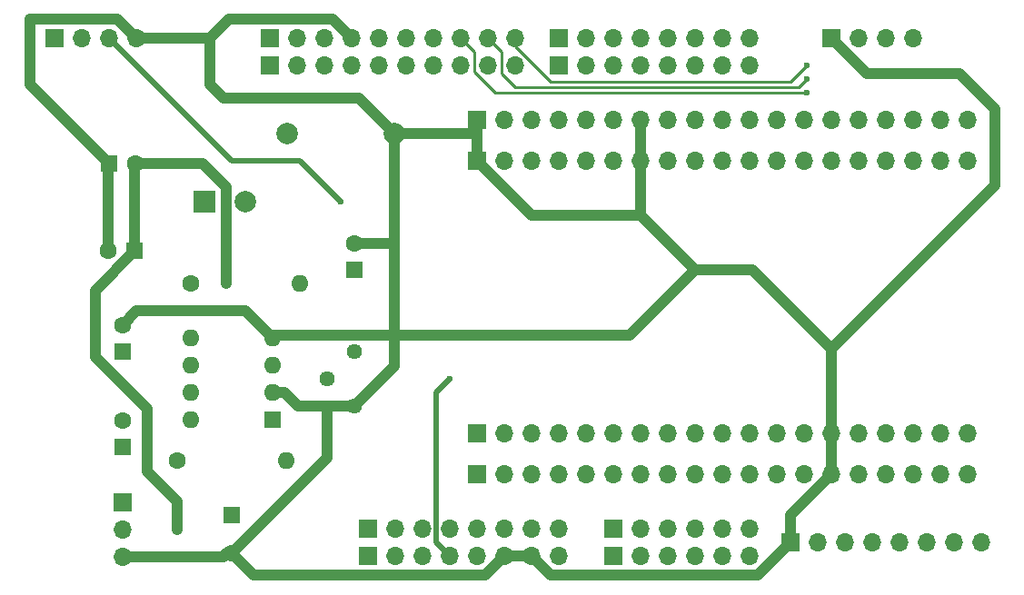
<source format=gbr>
%TF.GenerationSoftware,KiCad,Pcbnew,8.0.8*%
%TF.CreationDate,2025-03-25T01:40:29-04:00*%
%TF.ProjectId,SmartValvePCBv2,536d6172-7456-4616-9c76-655043427632,rev?*%
%TF.SameCoordinates,Original*%
%TF.FileFunction,Copper,L2,Bot*%
%TF.FilePolarity,Positive*%
%FSLAX46Y46*%
G04 Gerber Fmt 4.6, Leading zero omitted, Abs format (unit mm)*
G04 Created by KiCad (PCBNEW 8.0.8) date 2025-03-25 01:40:29*
%MOMM*%
%LPD*%
G01*
G04 APERTURE LIST*
%TA.AperFunction,ComponentPad*%
%ADD10R,1.700000X1.700000*%
%TD*%
%TA.AperFunction,ComponentPad*%
%ADD11O,1.700000X1.700000*%
%TD*%
%TA.AperFunction,ComponentPad*%
%ADD12C,1.440000*%
%TD*%
%TA.AperFunction,ComponentPad*%
%ADD13R,1.600000X1.600000*%
%TD*%
%TA.AperFunction,ComponentPad*%
%ADD14C,1.600000*%
%TD*%
%TA.AperFunction,ComponentPad*%
%ADD15O,1.600000X1.600000*%
%TD*%
%TA.AperFunction,ComponentPad*%
%ADD16C,2.000000*%
%TD*%
%TA.AperFunction,ComponentPad*%
%ADD17R,2.000000X2.000000*%
%TD*%
%TA.AperFunction,ViaPad*%
%ADD18C,0.600000*%
%TD*%
%TA.AperFunction,Conductor*%
%ADD19C,1.000000*%
%TD*%
%TA.AperFunction,Conductor*%
%ADD20C,0.500000*%
%TD*%
%TA.AperFunction,Conductor*%
%ADD21C,0.250000*%
%TD*%
G04 APERTURE END LIST*
D10*
%TO.P,J1,1,Pin_1*%
%TO.N,unconnected-(J1-Pin_1-Pad1)*%
X127940000Y-97460000D03*
D11*
%TO.P,J1,2,Pin_2*%
%TO.N,/IOREF*%
X130480000Y-97460000D03*
%TO.P,J1,3,Pin_3*%
%TO.N,/~{RESET}*%
X133020000Y-97460000D03*
%TO.P,J1,4,Pin_4*%
%TO.N,+3V3*%
X135560000Y-97460000D03*
%TO.P,J1,5,Pin_5*%
%TO.N,+5V*%
X138100000Y-97460000D03*
%TO.P,J1,6,Pin_6*%
%TO.N,GND*%
X140640000Y-97460000D03*
%TO.P,J1,7,Pin_7*%
X143180000Y-97460000D03*
%TO.P,J1,8,Pin_8*%
%TO.N,VCC*%
X145720000Y-97460000D03*
%TD*%
D10*
%TO.P,J3,1,Pin_1*%
%TO.N,/A0*%
X150800000Y-97460000D03*
D11*
%TO.P,J3,2,Pin_2*%
%TO.N,/A1*%
X153340000Y-97460000D03*
%TO.P,J3,3,Pin_3*%
%TO.N,/A2*%
X155880000Y-97460000D03*
%TO.P,J3,4,Pin_4*%
%TO.N,/A3*%
X158420000Y-97460000D03*
%TO.P,J3,5,Pin_5*%
%TO.N,N/C*%
X160960000Y-97460000D03*
%TO.P,J3,6,Pin_6*%
X163500000Y-97460000D03*
%TD*%
D10*
%TO.P,J2,1,Pin_1*%
%TO.N,scl_p*%
X118796000Y-49200000D03*
D11*
%TO.P,J2,2,Pin_2*%
%TO.N,sda_p*%
X121336000Y-49200000D03*
%TO.P,J2,3,Pin_3*%
%TO.N,/AREF*%
X123876000Y-49200000D03*
%TO.P,J2,4,Pin_4*%
%TO.N,GND*%
X126416000Y-49200000D03*
%TO.P,J2,5,Pin_5*%
%TO.N,/13*%
X128956000Y-49200000D03*
%TO.P,J2,6,Pin_6*%
%TO.N,/12*%
X131496000Y-49200000D03*
%TO.P,J2,7,Pin_7*%
%TO.N,/\u002A11*%
X134036000Y-49200000D03*
%TO.P,J2,8,Pin_8*%
%TO.N,blue*%
X136576000Y-49200000D03*
%TO.P,J2,9,Pin_9*%
%TO.N,green*%
X139116000Y-49200000D03*
%TO.P,J2,10,Pin_10*%
%TO.N,red*%
X141656000Y-49200000D03*
%TD*%
D10*
%TO.P,J4,1,Pin_1*%
%TO.N,/7*%
X145720000Y-49200000D03*
D11*
%TO.P,J4,2,Pin_2*%
%TO.N,PTC2*%
X148260000Y-49200000D03*
%TO.P,J4,3,Pin_3*%
%TO.N,/\u002A5*%
X150800000Y-49200000D03*
%TO.P,J4,4,Pin_4*%
%TO.N,/4*%
X153340000Y-49200000D03*
%TO.P,J4,5,Pin_5*%
%TO.N,/\u002A3*%
X155880000Y-49200000D03*
%TO.P,J4,6,Pin_6*%
%TO.N,/2*%
X158420000Y-49200000D03*
%TO.P,J4,7,Pin_7*%
%TO.N,UA1*%
X160960000Y-49200000D03*
%TO.P,J4,8,Pin_8*%
%TO.N,UA0*%
X163500000Y-49200000D03*
%TD*%
D12*
%TO.P,Pot1,1,1*%
%TO.N,Audio1*%
X126655000Y-78410000D03*
%TO.P,Pot1,2,2*%
%TO.N,Net-(U1-+)*%
X124115000Y-80950000D03*
%TO.P,Pot1,3,3*%
%TO.N,GND*%
X126655000Y-83490000D03*
%TD*%
D10*
%TO.P,J9-ESP32,1,Pin_1*%
%TO.N,Net-(J9-ESP32-2-Pin_1)*%
X138100000Y-86030000D03*
D11*
%TO.P,J9-ESP32,2,Pin_2*%
%TO.N,Net-(J9-ESP32-2-Pin_2)*%
X140640000Y-86030000D03*
%TO.P,J9-ESP32,3,Pin_3*%
%TO.N,Net-(J9-ESP32-2-Pin_3)*%
X143180000Y-86030000D03*
%TO.P,J9-ESP32,4,Pin_4*%
%TO.N,Net-(J9-ESP32-2-Pin_4)*%
X145720000Y-86030000D03*
%TO.P,J9-ESP32,5,Pin_5*%
%TO.N,Net-(J9-ESP32-2-Pin_5)*%
X148260000Y-86030000D03*
%TO.P,J9-ESP32,6,Pin_6*%
%TO.N,Net-(J9-ESP32-2-Pin_6)*%
X150800000Y-86030000D03*
%TO.P,J9-ESP32,7,Pin_7*%
%TO.N,Net-(J9-ESP32-2-Pin_7)*%
X153340000Y-86030000D03*
%TO.P,J9-ESP32,8,Pin_8*%
%TO.N,Net-(J9-ESP32-2-Pin_8)*%
X155880000Y-86030000D03*
%TO.P,J9-ESP32,9,Pin_9*%
%TO.N,Net-(J9-ESP32-2-Pin_9)*%
X158420000Y-86030000D03*
%TO.P,J9-ESP32,10,Pin_10*%
%TO.N,Net-(J9-ESP32-2-Pin_10)*%
X160960000Y-86030000D03*
%TO.P,J9-ESP32,11,Pin_11*%
%TO.N,Net-(J9-ESP32-2-Pin_11)*%
X163500000Y-86030000D03*
%TO.P,J9-ESP32,12,Pin_12*%
%TO.N,Net-(J9-ESP32-2-Pin_12)*%
X166040000Y-86030000D03*
%TO.P,J9-ESP32,13,Pin_13*%
%TO.N,Net-(J9-ESP32-2-Pin_13)*%
X168580000Y-86030000D03*
%TO.P,J9-ESP32,14,Pin_14*%
%TO.N,GND*%
X171120000Y-86030000D03*
%TO.P,J9-ESP32,15,Pin_15*%
%TO.N,Net-(J9-ESP32-2-Pin_15)*%
X173660000Y-86030000D03*
%TO.P,J9-ESP32,16,Pin_16*%
%TO.N,Net-(J9-ESP32-2-Pin_16)*%
X176200000Y-86030000D03*
%TO.P,J9-ESP32,17,Pin_17*%
%TO.N,Net-(J9-ESP32-2-Pin_17)*%
X178740000Y-86030000D03*
%TO.P,J9-ESP32,18,Pin_18*%
%TO.N,Net-(J9-ESP32-2-Pin_18)*%
X181280000Y-86030000D03*
%TO.P,J9-ESP32,19,Pin_19*%
%TO.N,VCC*%
X183820000Y-86030000D03*
%TD*%
D13*
%TO.P,C5,1*%
%TO.N,GND*%
X103810000Y-60884000D03*
D14*
%TO.P,C5,2*%
%TO.N,VCC*%
X106310000Y-60884000D03*
%TD*%
D10*
%TO.P,J10-ESP32-2,1,Pin_1*%
%TO.N,GND*%
X138100000Y-56820000D03*
D11*
%TO.P,J10-ESP32-2,2,Pin_2*%
%TO.N,Net-(J10-ESP32-2-Pin_2)*%
X140640000Y-56820000D03*
%TO.P,J10-ESP32-2,3,Pin_3*%
%TO.N,Net-(J10-ESP32-2-Pin_3)*%
X143180000Y-56820000D03*
%TO.P,J10-ESP32-2,4,Pin_4*%
%TO.N,UA0*%
X145720000Y-56820000D03*
%TO.P,J10-ESP32-2,5,Pin_5*%
%TO.N,UA1*%
X148260000Y-56820000D03*
%TO.P,J10-ESP32-2,6,Pin_6*%
%TO.N,Net-(J10-ESP32-2-Pin_6)*%
X150800000Y-56820000D03*
%TO.P,J10-ESP32-2,7,Pin_7*%
%TO.N,GND*%
X153340000Y-56820000D03*
%TO.P,J10-ESP32-2,8,Pin_8*%
%TO.N,Net-(J10-ESP32-2-Pin_8)*%
X155880000Y-56820000D03*
%TO.P,J10-ESP32-2,9,Pin_9*%
%TO.N,Net-(J10-ESP32-2-Pin_9)*%
X158420000Y-56820000D03*
%TO.P,J10-ESP32-2,10,Pin_10*%
%TO.N,Net-(J10-ESP32-2-Pin_10)*%
X160960000Y-56820000D03*
%TO.P,J10-ESP32-2,11,Pin_11*%
%TO.N,Net-(J10-ESP32-2-Pin_11)*%
X163500000Y-56820000D03*
%TO.P,J10-ESP32-2,12,Pin_12*%
%TO.N,Net-(J10-ESP32-2-Pin_12)*%
X166040000Y-56820000D03*
%TO.P,J10-ESP32-2,13,Pin_13*%
%TO.N,Net-(J10-ESP32-2-Pin_13)*%
X168580000Y-56820000D03*
%TO.P,J10-ESP32-2,14,Pin_14*%
%TO.N,Net-(J10-ESP32-2-Pin_14)*%
X171120000Y-56820000D03*
%TO.P,J10-ESP32-2,15,Pin_15*%
%TO.N,Net-(J10-ESP32-2-Pin_15)*%
X173660000Y-56820000D03*
%TO.P,J10-ESP32-2,16,Pin_16*%
%TO.N,Net-(J10-ESP32-2-Pin_16)*%
X176200000Y-56820000D03*
%TO.P,J10-ESP32-2,17,Pin_17*%
%TO.N,Net-(J10-ESP32-2-Pin_17)*%
X178740000Y-56820000D03*
%TO.P,J10-ESP32-2,18,Pin_18*%
%TO.N,Net-(J10-ESP32-2-Pin_18)*%
X181280000Y-56820000D03*
%TO.P,J10-ESP32-2,19,Pin_19*%
%TO.N,Net-(J10-ESP32-2-Pin_19)*%
X183820000Y-56820000D03*
%TD*%
D13*
%TO.P,C3,1*%
%TO.N,Net-(C3-Pad1)*%
X126670000Y-70790000D03*
D14*
%TO.P,C3,2*%
%TO.N,GND*%
X126670000Y-68290000D03*
%TD*%
D10*
%TO.P,J10-Servo1,1,Pin_1*%
%TO.N,PTC2*%
X105080000Y-92395000D03*
D11*
%TO.P,J10-Servo1,2,Pin_2*%
%TO.N,VCC*%
X105080000Y-94935000D03*
%TO.P,J10-Servo1,3,Pin_3*%
%TO.N,GND*%
X105080000Y-97475000D03*
%TD*%
D10*
%TO.P,J9-DEV-14495,1,Pin_1*%
%TO.N,scl_p*%
X98730000Y-49200000D03*
D11*
%TO.P,J9-DEV-14495,2,Pin_2*%
%TO.N,sda_p*%
X101270000Y-49200000D03*
%TO.P,J9-DEV-14495,3,Pin_3*%
%TO.N,+3V3*%
X103810000Y-49200000D03*
%TO.P,J9-DEV-14495,4,Pin_4*%
%TO.N,GND*%
X106350000Y-49200000D03*
%TD*%
D10*
%TO.P,J10-ESP32,1,Pin_1*%
%TO.N,GND*%
X138100000Y-60630000D03*
D11*
%TO.P,J10-ESP32,2,Pin_2*%
%TO.N,Net-(J10-ESP32-2-Pin_2)*%
X140640000Y-60630000D03*
%TO.P,J10-ESP32,3,Pin_3*%
%TO.N,Net-(J10-ESP32-2-Pin_3)*%
X143180000Y-60630000D03*
%TO.P,J10-ESP32,4,Pin_4*%
%TO.N,UA0*%
X145720000Y-60630000D03*
%TO.P,J10-ESP32,5,Pin_5*%
%TO.N,UA1*%
X148260000Y-60630000D03*
%TO.P,J10-ESP32,6,Pin_6*%
%TO.N,Net-(J10-ESP32-2-Pin_6)*%
X150800000Y-60630000D03*
%TO.P,J10-ESP32,7,Pin_7*%
%TO.N,GND*%
X153340000Y-60630000D03*
%TO.P,J10-ESP32,8,Pin_8*%
%TO.N,Net-(J10-ESP32-2-Pin_8)*%
X155880000Y-60630000D03*
%TO.P,J10-ESP32,9,Pin_9*%
%TO.N,Net-(J10-ESP32-2-Pin_9)*%
X158420000Y-60630000D03*
%TO.P,J10-ESP32,10,Pin_10*%
%TO.N,Net-(J10-ESP32-2-Pin_10)*%
X160960000Y-60630000D03*
%TO.P,J10-ESP32,11,Pin_11*%
%TO.N,Net-(J10-ESP32-2-Pin_11)*%
X163500000Y-60630000D03*
%TO.P,J10-ESP32,12,Pin_12*%
%TO.N,Net-(J10-ESP32-2-Pin_12)*%
X166040000Y-60630000D03*
%TO.P,J10-ESP32,13,Pin_13*%
%TO.N,Net-(J10-ESP32-2-Pin_13)*%
X168580000Y-60630000D03*
%TO.P,J10-ESP32,14,Pin_14*%
%TO.N,Net-(J10-ESP32-2-Pin_14)*%
X171120000Y-60630000D03*
%TO.P,J10-ESP32,15,Pin_15*%
%TO.N,Net-(J10-ESP32-2-Pin_15)*%
X173660000Y-60630000D03*
%TO.P,J10-ESP32,16,Pin_16*%
%TO.N,Net-(J10-ESP32-2-Pin_16)*%
X176200000Y-60630000D03*
%TO.P,J10-ESP32,17,Pin_17*%
%TO.N,Net-(J10-ESP32-2-Pin_17)*%
X178740000Y-60630000D03*
%TO.P,J10-ESP32,18,Pin_18*%
%TO.N,Net-(J10-ESP32-2-Pin_18)*%
X181280000Y-60630000D03*
%TO.P,J10-ESP32,19,Pin_19*%
%TO.N,Net-(J10-ESP32-2-Pin_19)*%
X183820000Y-60630000D03*
%TD*%
D13*
%TO.P,C6,1*%
%TO.N,VCC*%
X106241395Y-69012000D03*
D14*
%TO.P,C6,2*%
%TO.N,GND*%
X103741395Y-69012000D03*
%TD*%
D10*
%TO.P,J12-RGB1,1,Pin_1*%
%TO.N,GND*%
X171130000Y-49200000D03*
D11*
%TO.P,J12-RGB1,2,Pin_2*%
%TO.N,red*%
X173670000Y-49200000D03*
%TO.P,J12-RGB1,3,Pin_3*%
%TO.N,green*%
X176210000Y-49200000D03*
%TO.P,J12-RGB1,4,Pin_4*%
%TO.N,blue*%
X178750000Y-49200000D03*
%TD*%
D14*
%TO.P,R1,1*%
%TO.N,Net-(C1-Pad1)*%
X110160000Y-88570000D03*
D15*
%TO.P,R1,2*%
%TO.N,Net-(R1-Pad2)*%
X120320000Y-88570000D03*
%TD*%
D10*
%TO.P,J8,1,Pin_1*%
%TO.N,unconnected-(J8-Pin_1-Pad1)*%
X145720000Y-51740000D03*
D11*
%TO.P,J8,2,Pin_2*%
%TO.N,unconnected-(J8-Pin_2-Pad2)*%
X148260000Y-51740000D03*
%TO.P,J8,3,Pin_3*%
%TO.N,unconnected-(J8-Pin_3-Pad3)*%
X150800000Y-51740000D03*
%TO.P,J8,4,Pin_4*%
%TO.N,unconnected-(J8-Pin_4-Pad4)*%
X153340000Y-51740000D03*
%TO.P,J8,5,Pin_5*%
%TO.N,unconnected-(J8-Pin_5-Pad5)*%
X155880000Y-51740000D03*
%TO.P,J8,6,Pin_6*%
%TO.N,unconnected-(J8-Pin_6-Pad6)*%
X158420000Y-51740000D03*
%TO.P,J8,7,Pin_7*%
%TO.N,unconnected-(J8-Pin_7-Pad7)*%
X160960000Y-51740000D03*
%TO.P,J8,8,Pin_8*%
%TO.N,unconnected-(J8-Pin_8-Pad8)*%
X163500000Y-51740000D03*
%TD*%
D13*
%TO.P,C4,1*%
%TO.N,Net-(U1-BYPASS)*%
X105080000Y-78410000D03*
D14*
%TO.P,C4,2*%
%TO.N,GND*%
X105080000Y-75910000D03*
%TD*%
D10*
%TO.P,J9-ESP32-2,1,Pin_1*%
%TO.N,Net-(J9-ESP32-2-Pin_1)*%
X138100000Y-89840000D03*
D11*
%TO.P,J9-ESP32-2,2,Pin_2*%
%TO.N,Net-(J9-ESP32-2-Pin_2)*%
X140640000Y-89840000D03*
%TO.P,J9-ESP32-2,3,Pin_3*%
%TO.N,Net-(J9-ESP32-2-Pin_3)*%
X143180000Y-89840000D03*
%TO.P,J9-ESP32-2,4,Pin_4*%
%TO.N,Net-(J9-ESP32-2-Pin_4)*%
X145720000Y-89840000D03*
%TO.P,J9-ESP32-2,5,Pin_5*%
%TO.N,Net-(J9-ESP32-2-Pin_5)*%
X148260000Y-89840000D03*
%TO.P,J9-ESP32-2,6,Pin_6*%
%TO.N,Net-(J9-ESP32-2-Pin_6)*%
X150800000Y-89840000D03*
%TO.P,J9-ESP32-2,7,Pin_7*%
%TO.N,Net-(J9-ESP32-2-Pin_7)*%
X153340000Y-89840000D03*
%TO.P,J9-ESP32-2,8,Pin_8*%
%TO.N,Net-(J9-ESP32-2-Pin_8)*%
X155880000Y-89840000D03*
%TO.P,J9-ESP32-2,9,Pin_9*%
%TO.N,Net-(J9-ESP32-2-Pin_9)*%
X158420000Y-89840000D03*
%TO.P,J9-ESP32-2,10,Pin_10*%
%TO.N,Net-(J9-ESP32-2-Pin_10)*%
X160960000Y-89840000D03*
%TO.P,J9-ESP32-2,11,Pin_11*%
%TO.N,Net-(J9-ESP32-2-Pin_11)*%
X163500000Y-89840000D03*
%TO.P,J9-ESP32-2,12,Pin_12*%
%TO.N,Net-(J9-ESP32-2-Pin_12)*%
X166040000Y-89840000D03*
%TO.P,J9-ESP32-2,13,Pin_13*%
%TO.N,Net-(J9-ESP32-2-Pin_13)*%
X168580000Y-89840000D03*
%TO.P,J9-ESP32-2,14,Pin_14*%
%TO.N,GND*%
X171120000Y-89840000D03*
%TO.P,J9-ESP32-2,15,Pin_15*%
%TO.N,Net-(J9-ESP32-2-Pin_15)*%
X173660000Y-89840000D03*
%TO.P,J9-ESP32-2,16,Pin_16*%
%TO.N,Net-(J9-ESP32-2-Pin_16)*%
X176200000Y-89840000D03*
%TO.P,J9-ESP32-2,17,Pin_17*%
%TO.N,Net-(J9-ESP32-2-Pin_17)*%
X178740000Y-89840000D03*
%TO.P,J9-ESP32-2,18,Pin_18*%
%TO.N,Net-(J9-ESP32-2-Pin_18)*%
X181280000Y-89840000D03*
%TO.P,J9-ESP32-2,19,Pin_19*%
%TO.N,VCC*%
X183820000Y-89840000D03*
%TD*%
D16*
%TO.P,LS1,1,1*%
%TO.N,Net-(C2-Pad2)*%
X120400000Y-58090000D03*
%TO.P,LS1,2,2*%
%TO.N,GND*%
X130400000Y-58090000D03*
%TD*%
D10*
%TO.P,J6,1,Pin_1*%
%TO.N,unconnected-(J6-Pin_1-Pad1)*%
X118803562Y-51722042D03*
D11*
%TO.P,J6,2,Pin_2*%
%TO.N,unconnected-(J6-Pin_2-Pad2)*%
X121343562Y-51722042D03*
%TO.P,J6,3,Pin_3*%
%TO.N,unconnected-(J6-Pin_3-Pad3)*%
X123883562Y-51722042D03*
%TO.P,J6,4,Pin_4*%
%TO.N,unconnected-(J6-Pin_4-Pad4)*%
X126423562Y-51722042D03*
%TO.P,J6,5,Pin_5*%
%TO.N,unconnected-(J6-Pin_5-Pad5)*%
X128963562Y-51722042D03*
%TO.P,J6,6,Pin_6*%
%TO.N,unconnected-(J6-Pin_6-Pad6)*%
X131503562Y-51722042D03*
%TO.P,J6,7,Pin_7*%
%TO.N,unconnected-(J6-Pin_7-Pad7)*%
X134043562Y-51722042D03*
%TO.P,J6,8,Pin_8*%
%TO.N,unconnected-(J6-Pin_8-Pad8)*%
X136583562Y-51722042D03*
%TO.P,J6,9,Pin_9*%
%TO.N,unconnected-(J6-Pin_9-Pad9)*%
X139123562Y-51722042D03*
%TO.P,J6,10,Pin_10*%
%TO.N,unconnected-(J6-Pin_10-Pad10)*%
X141663562Y-51722042D03*
%TD*%
D14*
%TO.P,R2,1*%
%TO.N,Net-(C2-Pad1)*%
X111430000Y-72060000D03*
D15*
%TO.P,R2,2*%
%TO.N,Net-(C3-Pad1)*%
X121590000Y-72060000D03*
%TD*%
D17*
%TO.P,C2,1*%
%TO.N,Net-(C2-Pad1)*%
X112700000Y-64440000D03*
D16*
%TO.P,C2,2*%
%TO.N,Net-(C2-Pad2)*%
X116500000Y-64440000D03*
%TD*%
D13*
%TO.P,U1,1,GAIN*%
%TO.N,Net-(R1-Pad2)*%
X119040000Y-84750000D03*
D15*
%TO.P,U1,2,-*%
%TO.N,GND*%
X119040000Y-82210000D03*
%TO.P,U1,3,+*%
%TO.N,Net-(U1-+)*%
X119040000Y-79670000D03*
%TO.P,U1,4,GND*%
%TO.N,GND*%
X119040000Y-77130000D03*
%TO.P,U1,5*%
%TO.N,Net-(C2-Pad1)*%
X111420000Y-77130000D03*
%TO.P,U1,6,V+*%
%TO.N,VCC*%
X111420000Y-79670000D03*
%TO.P,U1,7,BYPASS*%
%TO.N,Net-(U1-BYPASS)*%
X111420000Y-82210000D03*
%TO.P,U1,8,GAIN*%
%TO.N,Net-(C1-Pad2)*%
X111420000Y-84750000D03*
%TD*%
D10*
%TO.P,J5,1,Pin_1*%
%TO.N,unconnected-(J5-Pin_1-Pad1)*%
X127960000Y-94920000D03*
D11*
%TO.P,J5,2,Pin_2*%
%TO.N,unconnected-(J5-Pin_2-Pad2)*%
X130500000Y-94920000D03*
%TO.P,J5,3,Pin_3*%
%TO.N,unconnected-(J5-Pin_3-Pad3)*%
X133040000Y-94920000D03*
%TO.P,J5,4,Pin_4*%
%TO.N,unconnected-(J5-Pin_4-Pad4)*%
X135580000Y-94920000D03*
%TO.P,J5,5,Pin_5*%
%TO.N,unconnected-(J5-Pin_5-Pad5)*%
X138120000Y-94920000D03*
%TO.P,J5,6,Pin_6*%
%TO.N,unconnected-(J5-Pin_6-Pad6)*%
X140660000Y-94920000D03*
%TO.P,J5,7,Pin_7*%
%TO.N,unconnected-(J5-Pin_7-Pad7)*%
X143200000Y-94920000D03*
%TO.P,J5,8,Pin_8*%
%TO.N,unconnected-(J5-Pin_8-Pad8)*%
X145740000Y-94920000D03*
%TD*%
D10*
%TO.P,J7,1,Pin_1*%
%TO.N,unconnected-(J7-Pin_1-Pad1)*%
X150800000Y-94920000D03*
D11*
%TO.P,J7,2,Pin_2*%
%TO.N,unconnected-(J7-Pin_2-Pad2)*%
X153340000Y-94920000D03*
%TO.P,J7,3,Pin_3*%
%TO.N,unconnected-(J7-Pin_3-Pad3)*%
X155880000Y-94920000D03*
%TO.P,J7,4,Pin_4*%
%TO.N,unconnected-(J7-Pin_4-Pad4)*%
X158420000Y-94920000D03*
%TO.P,J7,5,Pin_5*%
%TO.N,N/C*%
X160960000Y-94920000D03*
%TO.P,J7,6,Pin_6*%
%TO.N,Audio1*%
X163500000Y-94920000D03*
%TD*%
D13*
%TO.P,C1,1*%
%TO.N,Net-(C1-Pad1)*%
X105080000Y-87300000D03*
D14*
%TO.P,C1,2*%
%TO.N,Net-(C1-Pad2)*%
X105080000Y-84800000D03*
%TD*%
D13*
%TO.P,C1_Servo1,1*%
%TO.N,VCC*%
X115240000Y-93650000D03*
D14*
%TO.P,C1_Servo1,2*%
%TO.N,GND*%
X115240000Y-97150000D03*
%TD*%
D10*
%TO.P,J11-USBC1,1,Pin_1*%
%TO.N,GND*%
X167310000Y-96190000D03*
D11*
%TO.P,J11-USBC1,2,Pin_2*%
%TO.N,VCC*%
X169850000Y-96190000D03*
%TO.P,J11-USBC1,3,Pin_3*%
%TO.N,unconnected-(J11-USBC1-Pin_3-Pad3)*%
X172390000Y-96190000D03*
%TO.P,J11-USBC1,4,Pin_4*%
%TO.N,unconnected-(J11-USBC1-Pin_4-Pad4)*%
X174930000Y-96190000D03*
%TO.P,J11-USBC1,5,Pin_5*%
%TO.N,unconnected-(J11-USBC1-Pin_5-Pad5)*%
X177470000Y-96190000D03*
%TO.P,J11-USBC1,6,Pin_6*%
%TO.N,unconnected-(J11-USBC1-Pin_6-Pad6)*%
X180010000Y-96190000D03*
%TO.P,J11-USBC1,7,Pin_7*%
%TO.N,unconnected-(J11-USBC1-Pin_7-Pad7)*%
X182550000Y-96190000D03*
%TO.P,J11-USBC1,8,Pin_8*%
%TO.N,unconnected-(J11-USBC1-Pin_8-Pad8)*%
X185090000Y-96190000D03*
%TD*%
D18*
%TO.N,+3V3*%
X125400000Y-64440000D03*
X135560000Y-80950000D03*
%TO.N,VCC*%
X114732000Y-72060000D03*
X110160000Y-94935000D03*
%TO.N,blue*%
X168834000Y-54280000D03*
%TO.N,red*%
X168834000Y-51740000D03*
%TO.N,green*%
X168834000Y-53010000D03*
%TD*%
D19*
%TO.N,GND*%
X104572000Y-47422000D02*
X96444000Y-47422000D01*
X144958000Y-99238000D02*
X164262000Y-99238000D01*
X167310000Y-93650000D02*
X171120000Y-89840000D01*
X114986000Y-47422000D02*
X124638000Y-47422000D01*
X96444000Y-47422000D02*
X96444000Y-53518000D01*
X113208000Y-53518000D02*
X113208000Y-49200000D01*
X167564000Y-74600000D02*
X163754000Y-70790000D01*
X124130000Y-83490000D02*
X124130000Y-88260000D01*
X183058000Y-52502000D02*
X186360000Y-55804000D01*
X174432000Y-52502000D02*
X183058000Y-52502000D01*
X143180000Y-65710000D02*
X138100000Y-60630000D01*
X114478000Y-54788000D02*
X113208000Y-53518000D01*
X130400000Y-64560000D02*
X130400000Y-68250000D01*
X115240000Y-97150000D02*
X117328000Y-99238000D01*
X186360000Y-62916000D02*
X171120000Y-78156000D01*
X138100000Y-58090000D02*
X138100000Y-60630000D01*
X153340000Y-60630000D02*
X153340000Y-56820000D01*
X119284000Y-76886000D02*
X119040000Y-77130000D01*
X120171370Y-82210000D02*
X119040000Y-82210000D01*
X158420000Y-70790000D02*
X153340000Y-65710000D01*
X121451370Y-83490000D02*
X120171370Y-82210000D01*
X138862000Y-99238000D02*
X140640000Y-97460000D01*
X113208000Y-49200000D02*
X114986000Y-47422000D01*
X130400000Y-76886000D02*
X152324000Y-76886000D01*
X167310000Y-96190000D02*
X167310000Y-93650000D01*
X130400000Y-58090000D02*
X130400000Y-64560000D01*
X116510000Y-74600000D02*
X106390000Y-74600000D01*
X124638000Y-47422000D02*
X126416000Y-49200000D01*
X119040000Y-77130000D02*
X116510000Y-74600000D01*
X113208000Y-49200000D02*
X106350000Y-49200000D01*
X153340000Y-65710000D02*
X153340000Y-60630000D01*
X127098000Y-54788000D02*
X114478000Y-54788000D01*
X117328000Y-99238000D02*
X138862000Y-99238000D01*
X171120000Y-89840000D02*
X171120000Y-86030000D01*
X186360000Y-55804000D02*
X186360000Y-62916000D01*
X130400000Y-58090000D02*
X127098000Y-54788000D01*
X103741395Y-69012000D02*
X103741395Y-60952605D01*
X171130000Y-49200000D02*
X174432000Y-52502000D01*
X124130000Y-83490000D02*
X121451370Y-83490000D01*
X106390000Y-74600000D02*
X105080000Y-75910000D01*
X130400000Y-68250000D02*
X130360000Y-68290000D01*
X138100000Y-56820000D02*
X138100000Y-58090000D01*
X114463000Y-97475000D02*
X105080000Y-97475000D01*
X130360000Y-68290000D02*
X126670000Y-68290000D01*
X130400000Y-76886000D02*
X119284000Y-76886000D01*
X138100000Y-58090000D02*
X130400000Y-58090000D01*
X153340000Y-65710000D02*
X143180000Y-65710000D01*
X130400000Y-76886000D02*
X130400000Y-79745000D01*
X126655000Y-83490000D02*
X124130000Y-83490000D01*
X130400000Y-79745000D02*
X126655000Y-83490000D01*
X143180000Y-97460000D02*
X144958000Y-99238000D01*
X171120000Y-78156000D02*
X167564000Y-74600000D01*
X140640000Y-97460000D02*
X143180000Y-97460000D01*
X171120000Y-86030000D02*
X171120000Y-78156000D01*
X96444000Y-53518000D02*
X103810000Y-60884000D01*
X163754000Y-70790000D02*
X158420000Y-70790000D01*
X115240000Y-97150000D02*
X114788000Y-97150000D01*
X103741395Y-60952605D02*
X103810000Y-60884000D01*
X114788000Y-97150000D02*
X114463000Y-97475000D01*
X130400000Y-68250000D02*
X130400000Y-76886000D01*
X124130000Y-88260000D02*
X115240000Y-97150000D01*
X164262000Y-99238000D02*
X167310000Y-96190000D01*
X152324000Y-76886000D02*
X158420000Y-70790000D01*
X106350000Y-49200000D02*
X104572000Y-47422000D01*
D20*
%TO.N,+3V3*%
X121590000Y-60630000D02*
X115240000Y-60630000D01*
X134290000Y-96190000D02*
X134290000Y-82220000D01*
X134290000Y-82220000D02*
X135560000Y-80950000D01*
X115240000Y-60630000D02*
X103810000Y-49200000D01*
X135560000Y-97460000D02*
X134290000Y-96190000D01*
X125400000Y-64440000D02*
X121590000Y-60630000D01*
D19*
%TO.N,VCC*%
X112544000Y-60884000D02*
X114732000Y-63072000D01*
X110160000Y-94935000D02*
X110160000Y-92380000D01*
X114732000Y-63072000D02*
X114732000Y-72060000D01*
X107366000Y-83744000D02*
X102540000Y-78918000D01*
X102540000Y-72713395D02*
X106241395Y-69012000D01*
X102540000Y-78918000D02*
X102540000Y-72713395D01*
X106241395Y-60952605D02*
X106310000Y-60884000D01*
X106241395Y-69012000D02*
X106241395Y-60952605D01*
X111430000Y-60884000D02*
X112544000Y-60884000D01*
X107366000Y-89586000D02*
X107366000Y-83744000D01*
X110160000Y-92380000D02*
X107366000Y-89586000D01*
X106310000Y-60884000D02*
X111430000Y-60884000D01*
D21*
%TO.N,blue*%
X168834000Y-54280000D02*
X139829819Y-54280000D01*
X137846000Y-50470000D02*
X136576000Y-49200000D01*
X137846000Y-52296181D02*
X137846000Y-50470000D01*
X139829819Y-54280000D02*
X137846000Y-52296181D01*
%TO.N,red*%
X144958000Y-53264000D02*
X141656000Y-49962000D01*
X167310000Y-53264000D02*
X144958000Y-53264000D01*
X168834000Y-51740000D02*
X167310000Y-53264000D01*
X141656000Y-49962000D02*
X141656000Y-49200000D01*
%TO.N,green*%
X168072000Y-53772000D02*
X141656001Y-53772000D01*
X141656001Y-53772000D02*
X140386000Y-52501999D01*
X140386000Y-50470000D02*
X139116000Y-49200000D01*
X140386000Y-52501999D02*
X140386000Y-50470000D01*
X168834000Y-53010000D02*
X168072000Y-53772000D01*
%TD*%
M02*

</source>
